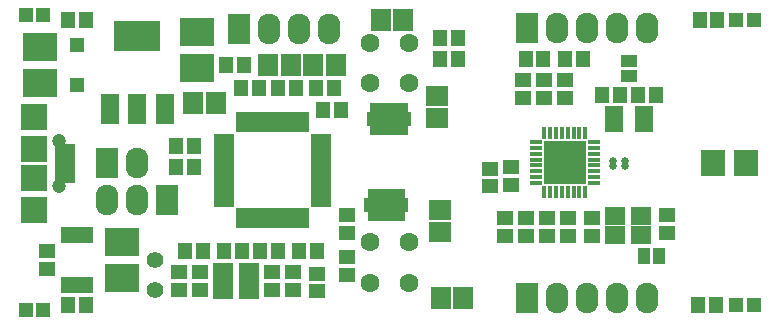
<source format=gbr>
%TF.GenerationSoftware,KiCad,Pcbnew,4.1.0-alpha+201607051515+6967~46~ubuntu15.10.1-product*%
%TF.CreationDate,2016-07-07T14:30:01+02:00*%
%TF.ProjectId,robot1,726F626F74312E6B696361645F706362,rev?*%
%TF.FileFunction,Soldermask,Top*%
%FSLAX46Y46*%
G04 Gerber Fmt 4.6, Leading zero omitted, Abs format (unit mm)*
G04 Created by KiCad (PCBNEW 4.1.0-alpha+201607051515+6967~46~ubuntu15.10.1-product) date Thu Jul  7 14:30:01 2016*
%MOMM*%
%LPD*%
G01*
G04 APERTURE LIST*
%ADD10C,0.100000*%
%ADD11R,1.400760X1.299160*%
%ADD12R,1.299160X1.400760*%
%ADD13R,1.700480X1.898600*%
%ADD14R,2.899360X2.350720*%
%ADD15R,1.197560X1.197560*%
%ADD16C,1.416000*%
%ADD17R,1.924000X2.599640*%
%ADD18O,1.924000X2.599640*%
%ADD19C,1.600000*%
%ADD20R,1.898600X1.700480*%
%ADD21R,2.000200X2.203400*%
%ADD22R,0.699720X1.700480*%
%ADD23R,1.700480X0.699720*%
%ADD24R,2.297380X2.297380*%
%ADD25R,1.748740X0.798780*%
%ADD26R,1.746200X0.798780*%
%ADD27C,1.197560*%
%ADD28R,0.650000X1.400000*%
%ADD29R,1.619200X2.635200*%
%ADD30R,4.000000X2.600000*%
%ADD31R,1.100000X0.650000*%
%ADD32R,0.650000X0.900000*%
%ADD33R,2.400000X1.300000*%
%ADD34R,0.985520X0.416560*%
%ADD35R,0.416560X0.985520*%
%ADD36R,1.861820X1.861820*%
%ADD37C,0.650000*%
%ADD38R,1.800000X1.600000*%
%ADD39R,1.500000X2.300000*%
%ADD40R,1.250900X1.250900*%
%ADD41R,1.035000X1.416000*%
%ADD42R,1.416000X1.035000*%
G04 APERTURE END LIST*
D10*
D11*
X180975000Y-129413000D03*
X180975000Y-130916680D03*
D12*
X163057840Y-136398000D03*
X161554160Y-136398000D03*
D11*
X156464000Y-139689840D03*
X156464000Y-138186160D03*
X162560000Y-138186160D03*
X162560000Y-139689840D03*
X164338000Y-138186160D03*
X164338000Y-139689840D03*
D13*
X162242500Y-120650000D03*
X164147500Y-120650000D03*
D12*
X158633160Y-120650000D03*
X160136840Y-120650000D03*
X159903160Y-122555000D03*
X161406840Y-122555000D03*
X155214320Y-136398000D03*
X156718000Y-136398000D03*
D11*
X154686000Y-138186160D03*
X154686000Y-139689840D03*
D13*
X157797500Y-123825000D03*
X155892500Y-123825000D03*
D12*
X166888160Y-124460000D03*
X168391840Y-124460000D03*
D13*
X166052500Y-120650000D03*
X167957500Y-120650000D03*
D14*
X149860000Y-135636000D03*
X149860000Y-138684000D03*
X142875000Y-122174000D03*
X142875000Y-119126000D03*
X156210000Y-117856000D03*
X156210000Y-120904000D03*
D12*
X178297840Y-120142000D03*
X176794160Y-120142000D03*
X178297840Y-118364000D03*
X176794160Y-118364000D03*
D11*
X168910000Y-134863840D03*
X168910000Y-133360160D03*
X168910000Y-138419840D03*
X168910000Y-136916160D03*
X184023000Y-133614160D03*
X184023000Y-135117840D03*
X182753000Y-129296160D03*
X182753000Y-130799840D03*
X185801000Y-133614160D03*
X185801000Y-135117840D03*
D12*
X185526680Y-120142000D03*
X184023000Y-120142000D03*
D11*
X183769000Y-121930160D03*
X183769000Y-123433840D03*
X187579000Y-133614160D03*
X187579000Y-135117840D03*
X185547000Y-121920000D03*
X185547000Y-123423680D03*
D12*
X188838840Y-120142000D03*
X187335160Y-120142000D03*
D11*
X187325000Y-123423680D03*
X187325000Y-121920000D03*
X182245000Y-133614160D03*
X182245000Y-135117840D03*
D12*
X195061840Y-123190000D03*
X193558160Y-123190000D03*
X190510160Y-123190000D03*
X192013840Y-123190000D03*
D11*
X195961000Y-133360160D03*
X195961000Y-134863840D03*
X189611000Y-133614160D03*
X189611000Y-135117840D03*
D15*
X143179300Y-116405000D03*
X141680700Y-116405000D03*
X143179300Y-141405000D03*
X141680700Y-141405000D03*
X201815700Y-140970000D03*
X203314300Y-140970000D03*
X201815700Y-116840000D03*
X203314300Y-116840000D03*
D16*
X152654000Y-139700000D03*
X152654000Y-137160000D03*
D17*
X159766000Y-117602000D03*
D18*
X162306000Y-117602000D03*
X164846000Y-117602000D03*
X167386000Y-117602000D03*
D17*
X153670000Y-132080000D03*
D18*
X151130000Y-132080000D03*
X148590000Y-132080000D03*
D19*
X174115000Y-118745000D03*
X174115000Y-122145000D03*
X170815000Y-122145000D03*
X170815000Y-118745000D03*
X170815000Y-139065000D03*
X170815000Y-135665000D03*
X174115000Y-135665000D03*
X174115000Y-139065000D03*
D12*
X145298160Y-116840000D03*
X146801840Y-116840000D03*
X145298160Y-140970000D03*
X146801840Y-140970000D03*
X200141840Y-140970000D03*
X198638160Y-140970000D03*
X200258680Y-116840000D03*
X198755000Y-116840000D03*
D11*
X166370000Y-138313160D03*
X166370000Y-139816840D03*
D12*
X160009840Y-136398000D03*
X158506160Y-136398000D03*
X166359840Y-136398000D03*
X164856160Y-136398000D03*
X154442160Y-127508000D03*
X155945840Y-127508000D03*
X154442160Y-129286000D03*
X155945840Y-129286000D03*
X164581840Y-122555000D03*
X163078160Y-122555000D03*
X167756840Y-122555000D03*
X166253160Y-122555000D03*
D11*
X143510000Y-137911840D03*
X143510000Y-136408160D03*
D13*
X173672500Y-116840000D03*
X171767500Y-116840000D03*
D20*
X176530000Y-125158500D03*
X176530000Y-123253500D03*
X176784000Y-132905500D03*
X176784000Y-134810500D03*
D13*
X178752500Y-140335000D03*
X176847500Y-140335000D03*
D21*
X202692000Y-128905000D03*
X199898000Y-128905000D03*
D22*
X161310320Y-133639560D03*
X161810700Y-133639560D03*
X162311080Y-133639560D03*
X162808920Y-133639560D03*
X163309300Y-133639560D03*
X159809180Y-133639560D03*
X160309560Y-133639560D03*
X160809940Y-133639560D03*
D23*
X166659560Y-132290820D03*
X166659560Y-131790440D03*
X166659560Y-131290060D03*
X166659560Y-130789680D03*
X166659560Y-130289300D03*
X166659560Y-129788920D03*
X166659560Y-129291080D03*
X166659560Y-128790700D03*
D22*
X165310820Y-125440440D03*
X164810440Y-125440440D03*
X164310060Y-125440440D03*
X163809680Y-125440440D03*
X163309300Y-125440440D03*
X162808920Y-125440440D03*
X162311080Y-125440440D03*
X161810700Y-125440440D03*
D23*
X158460440Y-126789180D03*
X158460440Y-127289560D03*
X158460440Y-127789940D03*
X158460440Y-128290320D03*
X158460440Y-128790700D03*
X158460440Y-129291080D03*
X158460440Y-129788920D03*
X158460440Y-130289300D03*
D22*
X163809680Y-133639560D03*
X164310060Y-133639560D03*
X164810440Y-133639560D03*
X165310820Y-133639560D03*
D23*
X166659560Y-128290320D03*
X166659560Y-127789940D03*
X166659560Y-127289560D03*
X166659560Y-126789180D03*
D22*
X161310320Y-125440440D03*
X160809940Y-125440440D03*
X160309560Y-125440440D03*
X159809180Y-125440440D03*
D23*
X158460440Y-130789680D03*
X158460440Y-131290060D03*
X158460440Y-131790440D03*
X158460440Y-132290820D03*
D24*
X142375000Y-127777240D03*
X142375000Y-130175000D03*
X142375000Y-132925820D03*
X142375000Y-125026420D03*
D25*
X145049620Y-127675640D03*
D26*
X145049620Y-128328420D03*
X145049620Y-128976120D03*
X145049620Y-129623820D03*
X145049620Y-130276600D03*
D27*
X144521300Y-130873500D03*
X144523840Y-127076200D03*
D28*
X147050000Y-135046900D03*
X146550000Y-135046900D03*
X146050000Y-135046900D03*
X145550000Y-135046900D03*
X145050000Y-135046900D03*
X145050000Y-139273100D03*
X145550000Y-139273100D03*
X146050000Y-139273100D03*
X146550000Y-139273100D03*
X147050000Y-139273100D03*
D29*
X148818600Y-124383800D03*
X151130000Y-124383800D03*
X153441400Y-124383800D03*
D30*
X151130000Y-118186000D03*
D31*
X171116000Y-125472000D03*
X171116000Y-124972000D03*
X173816000Y-124972000D03*
D32*
X173216000Y-126172000D03*
X171216000Y-124272000D03*
X173716000Y-126172000D03*
X171216000Y-126172000D03*
X171716000Y-126172000D03*
X172216000Y-126172000D03*
X172716000Y-126172000D03*
X173716000Y-124272000D03*
X173216000Y-124272000D03*
X172716000Y-124272000D03*
X172216000Y-124272000D03*
X171716000Y-124272000D03*
D31*
X173816000Y-125472000D03*
D33*
X172466000Y-125222000D03*
D31*
X173566000Y-132272000D03*
X173566000Y-132772000D03*
X170866000Y-132772000D03*
D32*
X171466000Y-131572000D03*
X173466000Y-133472000D03*
X170966000Y-131572000D03*
X173466000Y-131572000D03*
X172966000Y-131572000D03*
X172466000Y-131572000D03*
X171966000Y-131572000D03*
X170966000Y-133472000D03*
X171466000Y-133472000D03*
X171966000Y-133472000D03*
X172466000Y-133472000D03*
X172966000Y-133472000D03*
D31*
X170866000Y-132272000D03*
D33*
X172216000Y-132522000D03*
D34*
X184851040Y-127655320D03*
X184851040Y-128155700D03*
X184851040Y-128656080D03*
X184851040Y-129153920D03*
X184851040Y-130652520D03*
D35*
X185577480Y-131378960D03*
X186075320Y-131378960D03*
X186575700Y-131378960D03*
X187076080Y-131378960D03*
X187573920Y-131378960D03*
X188074300Y-131378960D03*
D34*
X184851040Y-127157480D03*
D36*
X186463940Y-129766060D03*
X186463940Y-128043940D03*
X188186060Y-128043940D03*
X188186060Y-129766060D03*
D35*
X188574680Y-131378960D03*
X189072520Y-131378960D03*
D34*
X189798960Y-130652520D03*
X189798960Y-130154680D03*
X189798960Y-129654300D03*
X189798960Y-129153920D03*
X189798960Y-128656080D03*
X189798960Y-128155700D03*
X189798960Y-127655320D03*
X189798960Y-127157480D03*
D35*
X189072520Y-126431040D03*
X188574680Y-126431040D03*
X188074300Y-126431040D03*
X187573920Y-126431040D03*
D34*
X184851040Y-129654300D03*
X184851040Y-130154680D03*
D35*
X187076080Y-126431040D03*
X186575700Y-126431040D03*
X186075320Y-126431040D03*
X185577480Y-126431040D03*
D37*
X192389000Y-129178000D03*
X191389000Y-129178000D03*
X192389000Y-128778000D03*
X191389000Y-128778000D03*
D38*
X158412000Y-139738000D03*
X160612000Y-139738000D03*
X158412000Y-138138000D03*
X160612000Y-138138000D03*
D39*
X194016000Y-125222000D03*
X191516000Y-125222000D03*
D38*
X191559000Y-135039000D03*
X193759000Y-135039000D03*
X191559000Y-133439000D03*
X193759000Y-133439000D03*
D17*
X184150000Y-117475000D03*
D18*
X186690000Y-117475000D03*
X189230000Y-117475000D03*
X191770000Y-117475000D03*
X194310000Y-117475000D03*
D17*
X184150000Y-140335000D03*
D18*
X186690000Y-140335000D03*
X189230000Y-140335000D03*
X191770000Y-140335000D03*
X194310000Y-140335000D03*
D40*
X146050000Y-118976140D03*
X146050000Y-122323860D03*
D41*
X195328540Y-136779000D03*
X194053460Y-136779000D03*
D42*
X192786000Y-121541540D03*
X192786000Y-120266460D03*
D17*
X148590000Y-128905000D03*
D18*
X151130000Y-128905000D03*
M02*

</source>
